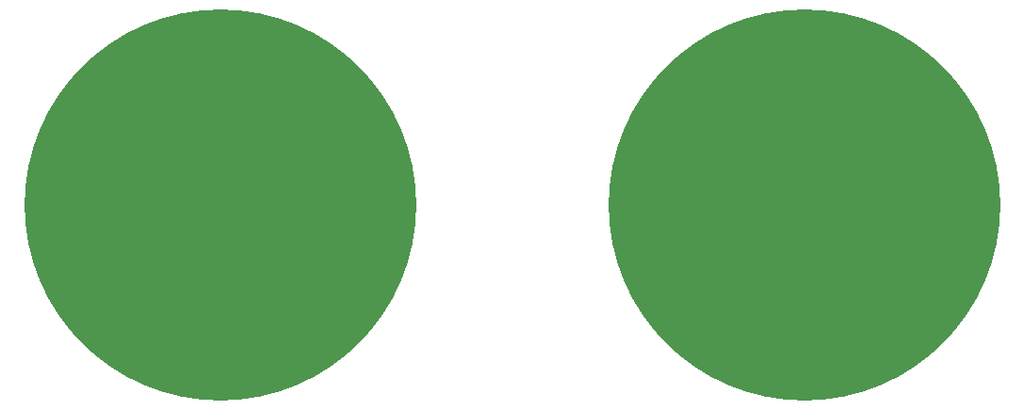
<source format=gts>
G04*
G04 #@! TF.GenerationSoftware,Altium Limited,Altium Designer,20.0.13 (296)*
G04*
G04 Layer_Color=8388736*
%FSLAX44Y44*%
%MOMM*%
G71*
G01*
G75*
%ADD12C,35.2032*%
D12*
X1200000Y800000D02*
D03*
X675000D02*
D03*
M02*

</source>
